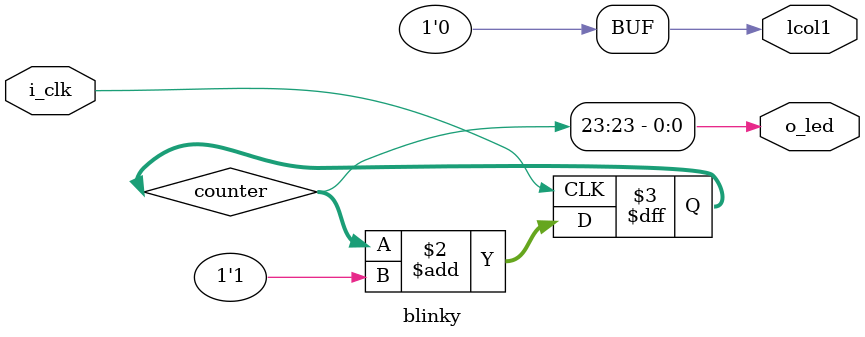
<source format=v>
`default_nettype  none

module blinky(i_clk, o_led, lcol1);
   parameter WIDTH = 24;
   input wire i_clk;
   output wire o_led;
   output wire lcol1;

   reg [WIDTH-1:0] counter;

   always @(posedge i_clk)
      counter <= counter + 1'b1;

   assign o_led = counter[WIDTH-1]; // normal, symmetrical blinking
   // assign o_led = ~(&counter[WIDTH-1:WIDTH-3]); // short on, long off (strobe)
   // assign o_led = ~(counter[5:0] < counter[WIDTH-1:WIDTH-6]); // PWM, dimmer
   assign lcol1 = 1'b0;
endmodule


</source>
